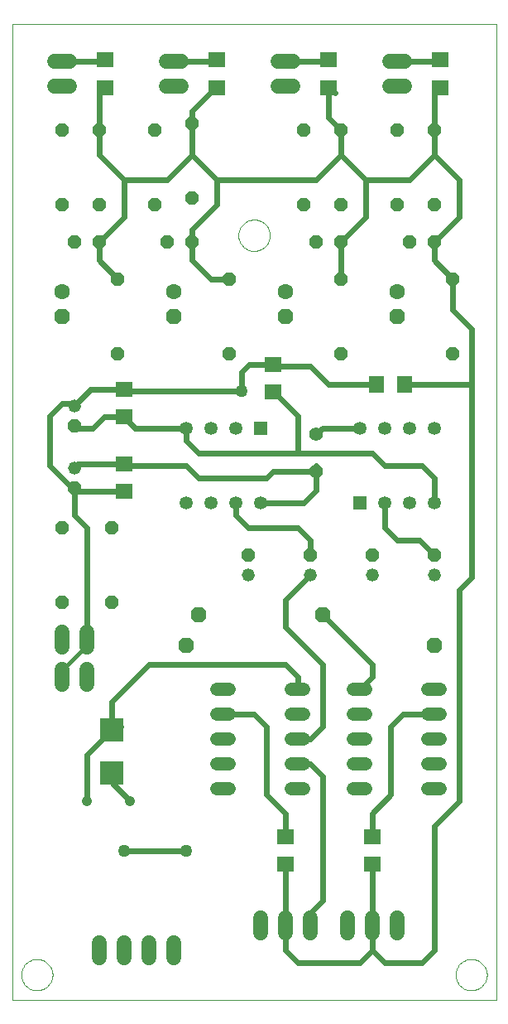
<source format=gbl>
G75*
%MOIN*%
%OFA0B0*%
%FSLAX24Y24*%
%IPPOS*%
%LPD*%
%AMOC8*
5,1,8,0,0,1.08239X$1,22.5*
%
%ADD10C,0.0000*%
%ADD11C,0.0600*%
%ADD12OC8,0.0520*%
%ADD13C,0.0520*%
%ADD14R,0.0709X0.0630*%
%ADD15OC8,0.0630*%
%ADD16C,0.0630*%
%ADD17R,0.0710X0.0630*%
%ADD18R,0.0945X0.0945*%
%ADD19C,0.0520*%
%ADD20R,0.0530X0.0530*%
%ADD21C,0.0530*%
%ADD22R,0.0630X0.0710*%
%ADD23C,0.0240*%
%ADD24C,0.0500*%
%ADD25C,0.0160*%
%ADD26C,0.0560*%
%ADD27C,0.0413*%
D10*
X000100Y000100D02*
X000100Y039350D01*
X019600Y039350D01*
X019600Y000100D01*
X000100Y000100D01*
X000470Y001100D02*
X000472Y001150D01*
X000478Y001200D01*
X000488Y001249D01*
X000502Y001297D01*
X000519Y001344D01*
X000540Y001389D01*
X000565Y001433D01*
X000593Y001474D01*
X000625Y001513D01*
X000659Y001550D01*
X000696Y001584D01*
X000736Y001614D01*
X000778Y001641D01*
X000822Y001665D01*
X000868Y001686D01*
X000915Y001702D01*
X000963Y001715D01*
X001013Y001724D01*
X001062Y001729D01*
X001113Y001730D01*
X001163Y001727D01*
X001212Y001720D01*
X001261Y001709D01*
X001309Y001694D01*
X001355Y001676D01*
X001400Y001654D01*
X001443Y001628D01*
X001484Y001599D01*
X001523Y001567D01*
X001559Y001532D01*
X001591Y001494D01*
X001621Y001454D01*
X001648Y001411D01*
X001671Y001367D01*
X001690Y001321D01*
X001706Y001273D01*
X001718Y001224D01*
X001726Y001175D01*
X001730Y001125D01*
X001730Y001075D01*
X001726Y001025D01*
X001718Y000976D01*
X001706Y000927D01*
X001690Y000879D01*
X001671Y000833D01*
X001648Y000789D01*
X001621Y000746D01*
X001591Y000706D01*
X001559Y000668D01*
X001523Y000633D01*
X001484Y000601D01*
X001443Y000572D01*
X001400Y000546D01*
X001355Y000524D01*
X001309Y000506D01*
X001261Y000491D01*
X001212Y000480D01*
X001163Y000473D01*
X001113Y000470D01*
X001062Y000471D01*
X001013Y000476D01*
X000963Y000485D01*
X000915Y000498D01*
X000868Y000514D01*
X000822Y000535D01*
X000778Y000559D01*
X000736Y000586D01*
X000696Y000616D01*
X000659Y000650D01*
X000625Y000687D01*
X000593Y000726D01*
X000565Y000767D01*
X000540Y000811D01*
X000519Y000856D01*
X000502Y000903D01*
X000488Y000951D01*
X000478Y001000D01*
X000472Y001050D01*
X000470Y001100D01*
X009220Y030850D02*
X009222Y030900D01*
X009228Y030950D01*
X009238Y030999D01*
X009252Y031047D01*
X009269Y031094D01*
X009290Y031139D01*
X009315Y031183D01*
X009343Y031224D01*
X009375Y031263D01*
X009409Y031300D01*
X009446Y031334D01*
X009486Y031364D01*
X009528Y031391D01*
X009572Y031415D01*
X009618Y031436D01*
X009665Y031452D01*
X009713Y031465D01*
X009763Y031474D01*
X009812Y031479D01*
X009863Y031480D01*
X009913Y031477D01*
X009962Y031470D01*
X010011Y031459D01*
X010059Y031444D01*
X010105Y031426D01*
X010150Y031404D01*
X010193Y031378D01*
X010234Y031349D01*
X010273Y031317D01*
X010309Y031282D01*
X010341Y031244D01*
X010371Y031204D01*
X010398Y031161D01*
X010421Y031117D01*
X010440Y031071D01*
X010456Y031023D01*
X010468Y030974D01*
X010476Y030925D01*
X010480Y030875D01*
X010480Y030825D01*
X010476Y030775D01*
X010468Y030726D01*
X010456Y030677D01*
X010440Y030629D01*
X010421Y030583D01*
X010398Y030539D01*
X010371Y030496D01*
X010341Y030456D01*
X010309Y030418D01*
X010273Y030383D01*
X010234Y030351D01*
X010193Y030322D01*
X010150Y030296D01*
X010105Y030274D01*
X010059Y030256D01*
X010011Y030241D01*
X009962Y030230D01*
X009913Y030223D01*
X009863Y030220D01*
X009812Y030221D01*
X009763Y030226D01*
X009713Y030235D01*
X009665Y030248D01*
X009618Y030264D01*
X009572Y030285D01*
X009528Y030309D01*
X009486Y030336D01*
X009446Y030366D01*
X009409Y030400D01*
X009375Y030437D01*
X009343Y030476D01*
X009315Y030517D01*
X009290Y030561D01*
X009269Y030606D01*
X009252Y030653D01*
X009238Y030701D01*
X009228Y030750D01*
X009222Y030800D01*
X009220Y030850D01*
X017970Y001100D02*
X017972Y001150D01*
X017978Y001200D01*
X017988Y001249D01*
X018002Y001297D01*
X018019Y001344D01*
X018040Y001389D01*
X018065Y001433D01*
X018093Y001474D01*
X018125Y001513D01*
X018159Y001550D01*
X018196Y001584D01*
X018236Y001614D01*
X018278Y001641D01*
X018322Y001665D01*
X018368Y001686D01*
X018415Y001702D01*
X018463Y001715D01*
X018513Y001724D01*
X018562Y001729D01*
X018613Y001730D01*
X018663Y001727D01*
X018712Y001720D01*
X018761Y001709D01*
X018809Y001694D01*
X018855Y001676D01*
X018900Y001654D01*
X018943Y001628D01*
X018984Y001599D01*
X019023Y001567D01*
X019059Y001532D01*
X019091Y001494D01*
X019121Y001454D01*
X019148Y001411D01*
X019171Y001367D01*
X019190Y001321D01*
X019206Y001273D01*
X019218Y001224D01*
X019226Y001175D01*
X019230Y001125D01*
X019230Y001075D01*
X019226Y001025D01*
X019218Y000976D01*
X019206Y000927D01*
X019190Y000879D01*
X019171Y000833D01*
X019148Y000789D01*
X019121Y000746D01*
X019091Y000706D01*
X019059Y000668D01*
X019023Y000633D01*
X018984Y000601D01*
X018943Y000572D01*
X018900Y000546D01*
X018855Y000524D01*
X018809Y000506D01*
X018761Y000491D01*
X018712Y000480D01*
X018663Y000473D01*
X018613Y000470D01*
X018562Y000471D01*
X018513Y000476D01*
X018463Y000485D01*
X018415Y000498D01*
X018368Y000514D01*
X018322Y000535D01*
X018278Y000559D01*
X018236Y000586D01*
X018196Y000616D01*
X018159Y000650D01*
X018125Y000687D01*
X018093Y000726D01*
X018065Y000767D01*
X018040Y000811D01*
X018019Y000856D01*
X018002Y000903D01*
X017988Y000951D01*
X017978Y001000D01*
X017972Y001050D01*
X017970Y001100D01*
D11*
X015600Y002800D02*
X015600Y003400D01*
X014600Y003400D02*
X014600Y002800D01*
X013600Y002800D02*
X013600Y003400D01*
X012100Y003400D02*
X012100Y002800D01*
X011100Y002800D02*
X011100Y003400D01*
X010100Y003400D02*
X010100Y002800D01*
X006600Y002400D02*
X006600Y001800D01*
X005600Y001800D02*
X005600Y002400D01*
X004600Y002400D02*
X004600Y001800D01*
X003600Y001800D02*
X003600Y002400D01*
X003100Y012800D02*
X003100Y013400D01*
X003100Y014300D02*
X003100Y014900D01*
X002100Y014900D02*
X002100Y014300D01*
X002100Y013400D02*
X002100Y012800D01*
X002400Y036850D02*
X001800Y036850D01*
X001800Y037850D02*
X002400Y037850D01*
X006300Y037850D02*
X006900Y037850D01*
X006900Y036850D02*
X006300Y036850D01*
X010800Y036850D02*
X011400Y036850D01*
X011400Y037850D02*
X010800Y037850D01*
X015300Y037850D02*
X015900Y037850D01*
X015900Y036850D02*
X015300Y036850D01*
D12*
X015600Y035100D03*
X017100Y035100D03*
X017100Y032100D03*
X017100Y030600D03*
X017850Y029100D03*
X017850Y026100D03*
X016100Y030600D03*
X015600Y032100D03*
X013350Y032100D03*
X013350Y030600D03*
X013350Y029100D03*
X012350Y030600D03*
X011850Y032100D03*
X011850Y035100D03*
X013350Y035100D03*
X013350Y026100D03*
X012100Y018000D03*
X009600Y018000D03*
X008850Y026100D03*
X008850Y029100D03*
X007350Y030600D03*
X006350Y030600D03*
X005850Y032100D03*
X005850Y035100D03*
X007350Y035350D03*
X007350Y032350D03*
X004350Y029100D03*
X003600Y030600D03*
X003600Y032100D03*
X002600Y030600D03*
X002100Y032100D03*
X002100Y035100D03*
X003600Y035100D03*
X004350Y026100D03*
X002600Y023200D03*
X002600Y020700D03*
X002100Y019100D03*
X002100Y016100D03*
X004100Y016100D03*
X004100Y019100D03*
X014600Y018000D03*
X017100Y018000D03*
D13*
X017100Y017200D03*
X014600Y017200D03*
X012100Y017200D03*
X009600Y017200D03*
X002600Y021500D03*
X002600Y024000D03*
D14*
X004600Y023549D03*
X004600Y024651D03*
X004600Y021651D03*
X004600Y020549D03*
X010600Y024549D03*
X010600Y025651D03*
D15*
X011100Y027600D03*
X006600Y027600D03*
X002100Y027600D03*
X007600Y015600D03*
X007100Y014350D03*
X012600Y015600D03*
X017100Y014350D03*
X015600Y027600D03*
D16*
X015600Y028600D03*
X011100Y028600D03*
X006600Y028600D03*
X002100Y028600D03*
D17*
X003850Y036790D03*
X003850Y037910D03*
X008350Y037910D03*
X008350Y036790D03*
X012850Y036790D03*
X012850Y037910D03*
X017350Y037910D03*
X017350Y036790D03*
X014600Y006660D03*
X014600Y005540D03*
X011100Y005540D03*
X011100Y006660D03*
D18*
X004100Y009234D03*
X004100Y010966D03*
D19*
X008340Y010600D02*
X008860Y010600D01*
X008860Y009600D02*
X008340Y009600D01*
X008340Y008600D02*
X008860Y008600D01*
X008860Y011600D02*
X008340Y011600D01*
X008340Y012600D02*
X008860Y012600D01*
X011340Y012600D02*
X011860Y012600D01*
X011860Y011600D02*
X011340Y011600D01*
X011340Y010600D02*
X011860Y010600D01*
X011860Y009600D02*
X011340Y009600D01*
X011340Y008600D02*
X011860Y008600D01*
X013840Y008600D02*
X014360Y008600D01*
X014360Y009600D02*
X013840Y009600D01*
X013840Y010600D02*
X014360Y010600D01*
X014360Y011600D02*
X013840Y011600D01*
X013840Y012600D02*
X014360Y012600D01*
X016840Y012600D02*
X017360Y012600D01*
X017360Y011600D02*
X016840Y011600D01*
X016840Y010600D02*
X017360Y010600D01*
X017360Y009600D02*
X016840Y009600D01*
X016840Y008600D02*
X017360Y008600D01*
D20*
X014100Y020100D03*
X010100Y023100D03*
D21*
X009100Y023100D03*
X008100Y023100D03*
X007100Y023100D03*
X007100Y020100D03*
X008100Y020100D03*
X009100Y020100D03*
X010100Y020100D03*
X014100Y023100D03*
X015100Y023100D03*
X016100Y023100D03*
X017100Y023100D03*
X017100Y020100D03*
X016100Y020100D03*
X015100Y020100D03*
D22*
X014790Y024850D03*
X015910Y024850D03*
D23*
X018600Y024850D01*
X018600Y017100D01*
X018100Y016600D01*
X018100Y008100D01*
X017100Y007100D01*
X017100Y002100D01*
X016600Y001600D01*
X015100Y001600D01*
X014600Y002100D01*
X014100Y001600D01*
X011600Y001600D01*
X011100Y002100D01*
X011100Y003100D01*
X011100Y005540D01*
X011100Y006660D02*
X011100Y007600D01*
X010350Y008350D01*
X010350Y011100D01*
X009850Y011600D01*
X008600Y011600D01*
X011100Y013600D02*
X011600Y013100D01*
X011600Y012600D01*
X011100Y013600D02*
X005600Y013600D01*
X004100Y012100D01*
X004100Y010966D01*
X003100Y009966D01*
X003100Y008100D01*
X004100Y008850D02*
X004850Y008100D01*
X004100Y008850D02*
X004100Y009234D01*
X004100Y010966D02*
X004466Y011100D01*
X003100Y014350D02*
X003100Y014600D01*
X003100Y019100D01*
X002600Y019600D01*
X002600Y020700D01*
X002500Y020700D01*
X001600Y021600D01*
X001600Y023600D01*
X002100Y024100D01*
X002500Y024100D01*
X002600Y024000D01*
X003251Y024651D01*
X004600Y024651D01*
X004651Y024600D01*
X009350Y024600D01*
X009350Y025350D01*
X009651Y025651D01*
X010600Y025651D01*
X010651Y025600D01*
X012100Y025600D01*
X012850Y024850D01*
X014790Y024850D01*
X014100Y023100D02*
X012600Y023100D01*
X012350Y022850D01*
X012350Y021600D02*
X012100Y021350D01*
X010600Y021350D01*
X010350Y021100D01*
X007600Y021100D01*
X007100Y021600D01*
X004651Y021600D01*
X004600Y021651D01*
X002751Y021651D01*
X002600Y021500D01*
X002751Y020549D02*
X004600Y020549D01*
X005049Y023100D02*
X004600Y023549D01*
X003799Y023549D01*
X003350Y023100D01*
X002700Y023100D01*
X002600Y023200D01*
X005049Y023100D02*
X007100Y023100D01*
X007100Y022600D01*
X007600Y022100D01*
X011600Y022100D01*
X011600Y023600D01*
X010651Y024549D01*
X010600Y024549D01*
X011600Y022100D02*
X014600Y022100D01*
X015100Y021600D01*
X016600Y021600D01*
X017100Y021100D01*
X017100Y020100D01*
X016500Y018600D02*
X017100Y018000D01*
X016500Y018600D02*
X015600Y018600D01*
X015100Y019100D01*
X015100Y020100D01*
X012600Y015600D02*
X014600Y013600D01*
X014600Y013100D01*
X014100Y012600D01*
X015350Y011100D02*
X015350Y008350D01*
X014600Y007600D01*
X014600Y006660D01*
X014600Y005540D02*
X014600Y002100D01*
X014600Y003100D02*
X014600Y005540D01*
X012600Y004100D02*
X012100Y003600D01*
X012100Y003100D01*
X012600Y004100D02*
X012600Y009100D01*
X012100Y009600D01*
X011600Y009600D01*
X011600Y010600D02*
X012100Y010600D01*
X012600Y011100D01*
X012600Y013600D01*
X011100Y015100D01*
X011100Y016200D01*
X012100Y017200D01*
X012100Y018000D02*
X012100Y018600D01*
X011600Y019100D01*
X009600Y019100D01*
X009100Y019600D01*
X009100Y020100D01*
X010100Y020100D02*
X011850Y020100D01*
X012350Y020600D01*
X012350Y021100D01*
X012350Y021350D01*
X012350Y021600D01*
X013350Y029100D02*
X013350Y030600D01*
X014350Y031600D01*
X014350Y033100D01*
X013350Y034100D01*
X012350Y033100D01*
X008350Y033100D01*
X008350Y032100D01*
X007350Y031100D01*
X007350Y030600D01*
X007350Y029850D01*
X008100Y029100D01*
X008850Y029100D01*
X008350Y033100D02*
X007350Y034100D01*
X006350Y033100D01*
X004600Y033100D01*
X004600Y031600D01*
X003600Y030600D01*
X003600Y029850D01*
X004350Y029100D01*
X004600Y033100D02*
X003600Y034100D01*
X003600Y035100D01*
X003600Y036600D01*
X003790Y036790D01*
X003850Y036790D01*
X003790Y037850D02*
X002100Y037850D01*
X006600Y037850D02*
X008290Y037850D01*
X008350Y037910D01*
X008350Y036790D02*
X008290Y036790D01*
X007350Y035850D01*
X007350Y035350D01*
X007350Y034100D01*
X011100Y037850D02*
X012790Y037850D01*
X012850Y037910D01*
X012850Y036790D02*
X012850Y035600D01*
X013350Y035100D01*
X013350Y034100D01*
X014350Y033100D02*
X016100Y033100D01*
X017100Y034100D01*
X018100Y033100D01*
X018100Y031600D01*
X017100Y030600D01*
X017100Y029850D01*
X017850Y029100D01*
X017850Y027850D01*
X018600Y027100D01*
X018600Y024850D01*
X017100Y034100D02*
X017100Y035100D01*
X017100Y036600D01*
X017290Y036790D01*
X017350Y036790D01*
X017290Y037850D02*
X017350Y037910D01*
X017290Y037850D02*
X015600Y037850D01*
X013100Y036600D02*
X012910Y036790D01*
X012850Y036790D01*
X002100Y013350D02*
X002100Y013100D01*
X004600Y006100D02*
X007100Y006100D01*
X015350Y011100D02*
X015850Y011600D01*
X017100Y011600D01*
D24*
X009350Y024600D03*
X007100Y006100D03*
X004600Y006100D03*
D25*
X002100Y013350D02*
X003100Y014350D01*
X003790Y037850D02*
X003850Y037910D01*
D26*
X012350Y022850D03*
X012350Y021350D03*
D27*
X004850Y008100D03*
X003100Y008100D03*
M02*

</source>
